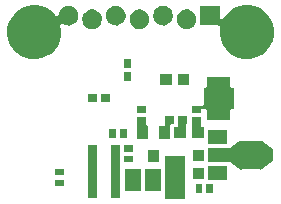
<source format=gbs>
G04 #@! TF.FileFunction,Soldermask,Bot*
%FSLAX46Y46*%
G04 Gerber Fmt 4.6, Leading zero omitted, Abs format (unit mm)*
G04 Created by KiCad (PCBNEW 4.0.7) date 02/04/18 23:39:56*
%MOMM*%
%LPD*%
G01*
G04 APERTURE LIST*
%ADD10C,0.100000*%
G04 APERTURE END LIST*
D10*
G36*
X15129300Y518200D02*
X13470700Y518200D01*
X13470700Y4081800D01*
X15129300Y4081800D01*
X15129300Y518200D01*
X15129300Y518200D01*
G37*
G36*
X9680000Y595000D02*
X8920000Y595000D01*
X8920000Y5055000D01*
X9680000Y5055000D01*
X9680000Y595000D01*
X9680000Y595000D01*
G37*
G36*
X7680000Y595000D02*
X6920000Y595000D01*
X6920000Y5055000D01*
X7680000Y5055000D01*
X7680000Y595000D01*
X7680000Y595000D01*
G37*
G36*
X17530000Y1020000D02*
X16970000Y1020000D01*
X16970000Y1780000D01*
X17530000Y1780000D01*
X17530000Y1020000D01*
X17530000Y1020000D01*
G37*
G36*
X16630000Y1020000D02*
X16070000Y1020000D01*
X16070000Y1780000D01*
X16630000Y1780000D01*
X16630000Y1020000D01*
X16630000Y1020000D01*
G37*
G36*
X13130000Y1170000D02*
X11770000Y1170000D01*
X11770000Y3030000D01*
X13130000Y3030000D01*
X13130000Y1170000D01*
X13130000Y1170000D01*
G37*
G36*
X11430000Y1170000D02*
X10070000Y1170000D01*
X10070000Y3030000D01*
X11430000Y3030000D01*
X11430000Y1170000D01*
X11430000Y1170000D01*
G37*
G36*
X4880000Y1570000D02*
X4120000Y1570000D01*
X4120000Y2130000D01*
X4880000Y2130000D01*
X4880000Y1570000D01*
X4880000Y1570000D01*
G37*
G36*
X18750000Y2120000D02*
X17090000Y2120000D01*
X17090000Y3280000D01*
X18750000Y3280000D01*
X18750000Y2120000D01*
X18750000Y2120000D01*
G37*
G36*
X16755000Y2170000D02*
X15845000Y2170000D01*
X15845000Y3130000D01*
X16755000Y3130000D01*
X16755000Y2170000D01*
X16755000Y2170000D01*
G37*
G36*
X4880000Y2470000D02*
X4120000Y2470000D01*
X4120000Y3030000D01*
X4880000Y3030000D01*
X4880000Y2470000D01*
X4880000Y2470000D01*
G37*
G36*
X21625904Y5409285D02*
X21665973Y5388755D01*
X21718173Y5380000D01*
X21738650Y5380000D01*
X21739835Y5371665D01*
X21758337Y5330620D01*
X21801231Y5285525D01*
X22572000Y4741452D01*
X22572000Y3658548D01*
X21801231Y3114475D01*
X21768467Y3083594D01*
X21745604Y3044808D01*
X21740685Y3020000D01*
X21718173Y3020000D01*
X21673598Y3013665D01*
X21625905Y2990716D01*
X21562000Y2945606D01*
X21562000Y2945607D01*
X21543163Y2932310D01*
X21537163Y2945620D01*
X21507959Y2979886D01*
X21470364Y3004659D01*
X21427357Y3017978D01*
X21402000Y3020000D01*
X20063800Y3020000D01*
X20019225Y3013665D01*
X19978180Y2995163D01*
X19943914Y2965959D01*
X19922408Y2933322D01*
X19839901Y2991077D01*
X19799751Y3011450D01*
X19748147Y3020000D01*
X19728135Y3020000D01*
X19727165Y3026828D01*
X19708663Y3067873D01*
X19665254Y3113330D01*
X18982758Y3591077D01*
X18942608Y3611450D01*
X18891004Y3620000D01*
X17086500Y3620000D01*
X17086500Y4780000D01*
X18891004Y4780000D01*
X18935579Y4786335D01*
X18982758Y4808923D01*
X19665254Y5286670D01*
X19698139Y5317421D01*
X19721154Y5356117D01*
X19725938Y5380000D01*
X19748147Y5380000D01*
X19792722Y5386335D01*
X19839901Y5408923D01*
X19922929Y5467043D01*
X19928637Y5454380D01*
X19957841Y5420114D01*
X19995436Y5395341D01*
X20038443Y5382022D01*
X20063800Y5380000D01*
X21402000Y5380000D01*
X21446575Y5386335D01*
X21487620Y5404837D01*
X21521886Y5434041D01*
X21543775Y5467259D01*
X21625904Y5409285D01*
X21625904Y5409285D01*
G37*
G36*
X10780000Y3570000D02*
X10020000Y3570000D01*
X10020000Y4130000D01*
X10780000Y4130000D01*
X10780000Y3570000D01*
X10780000Y3570000D01*
G37*
G36*
X12980000Y3570000D02*
X12020000Y3570000D01*
X12020000Y4630000D01*
X12980000Y4630000D01*
X12980000Y3570000D01*
X12980000Y3570000D01*
G37*
G36*
X16755000Y3670000D02*
X15845000Y3670000D01*
X15845000Y4630000D01*
X16755000Y4630000D01*
X16755000Y3670000D01*
X16755000Y3670000D01*
G37*
G36*
X10780000Y4470000D02*
X10020000Y4470000D01*
X10020000Y5030000D01*
X10780000Y5030000D01*
X10780000Y4470000D01*
X10780000Y4470000D01*
G37*
G36*
X18750000Y5120000D02*
X17090000Y5120000D01*
X17090000Y6280000D01*
X18750000Y6280000D01*
X18750000Y5120000D01*
X18750000Y5120000D01*
G37*
G36*
X14230000Y6813411D02*
X14215959Y6829886D01*
X14178364Y6854659D01*
X14135357Y6867978D01*
X14110000Y6870000D01*
X14090000Y6870000D01*
X14045425Y6863665D01*
X14004380Y6845163D01*
X13970114Y6815959D01*
X13945341Y6778364D01*
X13932022Y6735357D01*
X13930000Y6710000D01*
X13930000Y5570000D01*
X12970000Y5570000D01*
X12970000Y6630000D01*
X13310000Y6630000D01*
X13354575Y6636335D01*
X13395620Y6654837D01*
X13429886Y6684041D01*
X13454659Y6721636D01*
X13467978Y6764643D01*
X13470000Y6790000D01*
X13470000Y7530000D01*
X14230000Y7530000D01*
X14230000Y6813411D01*
X14230000Y6813411D01*
G37*
G36*
X11880000Y6790000D02*
X11886335Y6745425D01*
X11904837Y6704380D01*
X11934041Y6670114D01*
X11971636Y6645341D01*
X12014643Y6632022D01*
X12030000Y6630797D01*
X12030000Y5570000D01*
X11070000Y5570000D01*
X11070000Y6675615D01*
X11079886Y6684041D01*
X11104659Y6721636D01*
X11117978Y6764643D01*
X11120000Y6790000D01*
X11120000Y7430000D01*
X11880000Y7430000D01*
X11880000Y6790000D01*
X11880000Y6790000D01*
G37*
G36*
X9330000Y5620000D02*
X8770000Y5620000D01*
X8770000Y6380000D01*
X9330000Y6380000D01*
X9330000Y5620000D01*
X9330000Y5620000D01*
G37*
G36*
X10230000Y5620000D02*
X9670000Y5620000D01*
X9670000Y6380000D01*
X10230000Y6380000D01*
X10230000Y5620000D01*
X10230000Y5620000D01*
G37*
G36*
X15330000Y6856712D02*
X15304380Y6845163D01*
X15270114Y6815959D01*
X15245341Y6778364D01*
X15232022Y6735357D01*
X15230000Y6710000D01*
X15230000Y5645000D01*
X14270000Y5645000D01*
X14270000Y6611589D01*
X14284041Y6595114D01*
X14321636Y6570341D01*
X14364643Y6557022D01*
X14390000Y6555000D01*
X14410000Y6555000D01*
X14454575Y6561335D01*
X14495620Y6579837D01*
X14529886Y6609041D01*
X14554659Y6646636D01*
X14567978Y6689643D01*
X14570000Y6715000D01*
X14570000Y7530000D01*
X15330000Y7530000D01*
X15330000Y6856712D01*
X15330000Y6856712D01*
G37*
G36*
X16480000Y6715000D02*
X16486335Y6670425D01*
X16504837Y6629380D01*
X16534041Y6595114D01*
X16571636Y6570341D01*
X16614643Y6557022D01*
X16640000Y6555000D01*
X16730000Y6555000D01*
X16730000Y5645000D01*
X15770000Y5645000D01*
X15770000Y6710000D01*
X15763665Y6754575D01*
X15745163Y6795620D01*
X15720000Y6825145D01*
X15720000Y7430000D01*
X16480000Y7430000D01*
X16480000Y6715000D01*
X16480000Y6715000D01*
G37*
G36*
X18955000Y10070000D02*
X18961335Y10025425D01*
X18979837Y9984380D01*
X19009041Y9950114D01*
X19046636Y9925341D01*
X19089643Y9912022D01*
X19115000Y9910000D01*
X19270000Y9910000D01*
X19270000Y8090000D01*
X19115000Y8090000D01*
X19070425Y8083665D01*
X19029380Y8065163D01*
X18995114Y8035959D01*
X18970341Y7998364D01*
X18957022Y7955357D01*
X18955000Y7930000D01*
X18955000Y7170000D01*
X17045000Y7170000D01*
X17045000Y7930000D01*
X17038665Y7974575D01*
X17020163Y8015620D01*
X16990959Y8049886D01*
X16953364Y8074659D01*
X16910357Y8087978D01*
X16885000Y8090000D01*
X16640000Y8090000D01*
X16595425Y8083665D01*
X16554380Y8065163D01*
X16520114Y8035959D01*
X16495341Y7998364D01*
X16482022Y7955357D01*
X16480000Y7930000D01*
X16480000Y7770000D01*
X15720000Y7770000D01*
X15720000Y8330000D01*
X16570000Y8330000D01*
X16614575Y8336335D01*
X16655620Y8354837D01*
X16689886Y8384041D01*
X16714659Y8421636D01*
X16727978Y8464643D01*
X16730000Y8490000D01*
X16730000Y9910000D01*
X16885000Y9910000D01*
X16929575Y9916335D01*
X16970620Y9934837D01*
X17004886Y9964041D01*
X17029659Y10001636D01*
X17042978Y10044643D01*
X17045000Y10070000D01*
X17045000Y10830000D01*
X18955000Y10830000D01*
X18955000Y10070000D01*
X18955000Y10070000D01*
G37*
G36*
X11880000Y7770000D02*
X11120000Y7770000D01*
X11120000Y8330000D01*
X11880000Y8330000D01*
X11880000Y7770000D01*
X11880000Y7770000D01*
G37*
G36*
X7730000Y8670000D02*
X6970000Y8670000D01*
X6970000Y9330000D01*
X7730000Y9330000D01*
X7730000Y8670000D01*
X7730000Y8670000D01*
G37*
G36*
X8830000Y8670000D02*
X8070000Y8670000D01*
X8070000Y9330000D01*
X8830000Y9330000D01*
X8830000Y8670000D01*
X8830000Y8670000D01*
G37*
G36*
X14030000Y10145000D02*
X13070000Y10145000D01*
X13070000Y11055000D01*
X14030000Y11055000D01*
X14030000Y10145000D01*
X14030000Y10145000D01*
G37*
G36*
X15530000Y10145000D02*
X14570000Y10145000D01*
X14570000Y11055000D01*
X15530000Y11055000D01*
X15530000Y10145000D01*
X15530000Y10145000D01*
G37*
G36*
X10630000Y10470000D02*
X9970000Y10470000D01*
X9970000Y11230000D01*
X10630000Y11230000D01*
X10630000Y10470000D01*
X10630000Y10470000D01*
G37*
G36*
X10630000Y11570000D02*
X9970000Y11570000D01*
X9970000Y12330000D01*
X10630000Y12330000D01*
X10630000Y11570000D01*
X10630000Y11570000D01*
G37*
G36*
X2639478Y16878489D02*
X3077481Y16788579D01*
X3489672Y16615310D01*
X3860363Y16365276D01*
X4175429Y16048002D01*
X4181617Y16038689D01*
X4211561Y16005067D01*
X4249686Y15981118D01*
X4292973Y15968739D01*
X4337996Y15968910D01*
X4381188Y15981617D01*
X4419130Y16005854D01*
X4448818Y16039701D01*
X4471388Y16093967D01*
X4505018Y16252187D01*
X4569139Y16401791D01*
X4661101Y16536099D01*
X4777397Y16649984D01*
X4913605Y16739116D01*
X5064519Y16800089D01*
X5224411Y16830590D01*
X5387179Y16829454D01*
X5546628Y16796723D01*
X5696680Y16733648D01*
X5831626Y16642626D01*
X5946322Y16527125D01*
X6036398Y16391551D01*
X6098426Y16241060D01*
X6129823Y16082491D01*
X6129823Y16082464D01*
X6130036Y16081386D01*
X6127440Y15895470D01*
X6127197Y15894402D01*
X6127197Y15894372D01*
X6091383Y15736739D01*
X6025179Y15588041D01*
X5931351Y15455032D01*
X5813479Y15342784D01*
X5676041Y15255564D01*
X5524283Y15196700D01*
X5363986Y15168436D01*
X5201249Y15171844D01*
X5042272Y15206797D01*
X4893113Y15271964D01*
X4868348Y15289176D01*
X4828130Y15309415D01*
X4783866Y15317647D01*
X4739061Y15313222D01*
X4697263Y15296490D01*
X4661781Y15268775D01*
X4635425Y15232273D01*
X4620282Y15189874D01*
X4620080Y15126716D01*
X4679886Y14824671D01*
X4679886Y14824639D01*
X4680098Y14823566D01*
X4672967Y14312858D01*
X4672724Y14311790D01*
X4672724Y14311759D01*
X4573911Y13876834D01*
X4392047Y13468359D01*
X4134307Y13102990D01*
X3810501Y12794635D01*
X3432981Y12555053D01*
X3016104Y12393356D01*
X2575768Y12315714D01*
X2128734Y12325077D01*
X1692028Y12421094D01*
X1282295Y12600101D01*
X915130Y12855288D01*
X604530Y13176924D01*
X362312Y13552773D01*
X197712Y13968506D01*
X116996Y14408290D01*
X123239Y14855375D01*
X216203Y15292741D01*
X392349Y15703718D01*
X644962Y16072651D01*
X964428Y16385495D01*
X1338571Y16630327D01*
X1753143Y16797825D01*
X2192357Y16881609D01*
X2639478Y16878489D01*
X2639478Y16878489D01*
G37*
G36*
X20639478Y16878489D02*
X21077481Y16788579D01*
X21489672Y16615310D01*
X21860363Y16365276D01*
X22175429Y16048002D01*
X22422868Y15675576D01*
X22593255Y15262187D01*
X22679886Y14824670D01*
X22679886Y14824639D01*
X22680098Y14823566D01*
X22672967Y14312858D01*
X22672724Y14311790D01*
X22672724Y14311759D01*
X22573911Y13876834D01*
X22392047Y13468359D01*
X22134307Y13102990D01*
X21810501Y12794635D01*
X21432981Y12555053D01*
X21016104Y12393356D01*
X20575768Y12315714D01*
X20128734Y12325077D01*
X19692028Y12421094D01*
X19282295Y12600101D01*
X18915130Y12855288D01*
X18604530Y13176924D01*
X18362312Y13552773D01*
X18197712Y13968506D01*
X18116996Y14408290D01*
X18123239Y14855377D01*
X18149034Y14976735D01*
X18152105Y15021653D01*
X18142541Y15065648D01*
X18121099Y15105237D01*
X18089476Y15137285D01*
X18050178Y15159254D01*
X17992530Y15170000D01*
X16470000Y15170000D01*
X16470000Y16830000D01*
X18130000Y16830000D01*
X18130000Y15837444D01*
X18136335Y15792869D01*
X18154837Y15751824D01*
X18184041Y15717558D01*
X18221636Y15692785D01*
X18264643Y15679466D01*
X18309659Y15678656D01*
X18353118Y15690420D01*
X18391579Y15713825D01*
X18422018Y15747049D01*
X18644962Y16072651D01*
X18964428Y16385495D01*
X19338571Y16630327D01*
X19753143Y16797825D01*
X20192357Y16881609D01*
X20639478Y16878489D01*
X20639478Y16878489D01*
G37*
G36*
X7387179Y16529454D02*
X7546628Y16496723D01*
X7696680Y16433648D01*
X7831626Y16342626D01*
X7946322Y16227125D01*
X8036398Y16091551D01*
X8098426Y15941060D01*
X8129823Y15782491D01*
X8129823Y15782464D01*
X8130036Y15781386D01*
X8127440Y15595470D01*
X8127197Y15594402D01*
X8127197Y15594372D01*
X8091383Y15436739D01*
X8025179Y15288041D01*
X7931351Y15155032D01*
X7813479Y15042784D01*
X7676041Y14955564D01*
X7524283Y14896700D01*
X7363986Y14868436D01*
X7201249Y14871844D01*
X7042272Y14906797D01*
X6893114Y14971963D01*
X6759451Y15064861D01*
X6646386Y15181944D01*
X6558204Y15318775D01*
X6498287Y15470109D01*
X6468902Y15630215D01*
X6471175Y15792965D01*
X6505018Y15952187D01*
X6569139Y16101791D01*
X6661101Y16236099D01*
X6777397Y16349984D01*
X6913605Y16439116D01*
X7064519Y16500089D01*
X7224411Y16530590D01*
X7387179Y16529454D01*
X7387179Y16529454D01*
G37*
G36*
X11387179Y16529454D02*
X11546628Y16496723D01*
X11696680Y16433648D01*
X11831626Y16342626D01*
X11946322Y16227125D01*
X12036398Y16091551D01*
X12098426Y15941060D01*
X12129823Y15782491D01*
X12129823Y15782464D01*
X12130036Y15781386D01*
X12127440Y15595470D01*
X12127197Y15594402D01*
X12127197Y15594372D01*
X12091383Y15436739D01*
X12025179Y15288041D01*
X11931351Y15155032D01*
X11813479Y15042784D01*
X11676041Y14955564D01*
X11524283Y14896700D01*
X11363986Y14868436D01*
X11201249Y14871844D01*
X11042272Y14906797D01*
X10893114Y14971963D01*
X10759451Y15064861D01*
X10646386Y15181944D01*
X10558204Y15318775D01*
X10498287Y15470109D01*
X10468902Y15630215D01*
X10471175Y15792965D01*
X10505018Y15952187D01*
X10569139Y16101791D01*
X10661101Y16236099D01*
X10777397Y16349984D01*
X10913605Y16439116D01*
X11064519Y16500089D01*
X11224411Y16530590D01*
X11387179Y16529454D01*
X11387179Y16529454D01*
G37*
G36*
X15387179Y16529454D02*
X15546628Y16496723D01*
X15696680Y16433648D01*
X15831626Y16342626D01*
X15946322Y16227125D01*
X16036398Y16091551D01*
X16098426Y15941060D01*
X16129823Y15782491D01*
X16129823Y15782464D01*
X16130036Y15781386D01*
X16127440Y15595470D01*
X16127197Y15594402D01*
X16127197Y15594372D01*
X16091383Y15436739D01*
X16025179Y15288041D01*
X15931351Y15155032D01*
X15813479Y15042784D01*
X15676041Y14955564D01*
X15524283Y14896700D01*
X15363986Y14868436D01*
X15201249Y14871844D01*
X15042272Y14906797D01*
X14893114Y14971963D01*
X14759451Y15064861D01*
X14646386Y15181944D01*
X14558204Y15318775D01*
X14498287Y15470109D01*
X14468902Y15630215D01*
X14471175Y15792965D01*
X14505018Y15952187D01*
X14569139Y16101791D01*
X14661101Y16236099D01*
X14777397Y16349984D01*
X14913605Y16439116D01*
X15064519Y16500089D01*
X15224411Y16530590D01*
X15387179Y16529454D01*
X15387179Y16529454D01*
G37*
G36*
X13387179Y16829454D02*
X13546628Y16796723D01*
X13696680Y16733648D01*
X13831626Y16642626D01*
X13946322Y16527125D01*
X14036398Y16391551D01*
X14098426Y16241060D01*
X14129823Y16082491D01*
X14129823Y16082464D01*
X14130036Y16081386D01*
X14127440Y15895470D01*
X14127197Y15894402D01*
X14127197Y15894372D01*
X14091383Y15736739D01*
X14025179Y15588041D01*
X13931351Y15455032D01*
X13813479Y15342784D01*
X13676041Y15255564D01*
X13524283Y15196700D01*
X13363986Y15168436D01*
X13201249Y15171844D01*
X13042272Y15206797D01*
X12893114Y15271963D01*
X12759451Y15364861D01*
X12646386Y15481944D01*
X12558204Y15618775D01*
X12498287Y15770109D01*
X12468902Y15930215D01*
X12471175Y16092965D01*
X12505018Y16252187D01*
X12569139Y16401791D01*
X12661101Y16536099D01*
X12777397Y16649984D01*
X12913605Y16739116D01*
X13064519Y16800089D01*
X13224411Y16830590D01*
X13387179Y16829454D01*
X13387179Y16829454D01*
G37*
G36*
X9387179Y16829454D02*
X9546628Y16796723D01*
X9696680Y16733648D01*
X9831626Y16642626D01*
X9946322Y16527125D01*
X10036398Y16391551D01*
X10098426Y16241060D01*
X10129823Y16082491D01*
X10129823Y16082464D01*
X10130036Y16081386D01*
X10127440Y15895470D01*
X10127197Y15894402D01*
X10127197Y15894372D01*
X10091383Y15736739D01*
X10025179Y15588041D01*
X9931351Y15455032D01*
X9813479Y15342784D01*
X9676041Y15255564D01*
X9524283Y15196700D01*
X9363986Y15168436D01*
X9201249Y15171844D01*
X9042272Y15206797D01*
X8893114Y15271963D01*
X8759451Y15364861D01*
X8646386Y15481944D01*
X8558204Y15618775D01*
X8498287Y15770109D01*
X8468902Y15930215D01*
X8471175Y16092965D01*
X8505018Y16252187D01*
X8569139Y16401791D01*
X8661101Y16536099D01*
X8777397Y16649984D01*
X8913605Y16739116D01*
X9064519Y16800089D01*
X9224411Y16830590D01*
X9387179Y16829454D01*
X9387179Y16829454D01*
G37*
M02*

</source>
